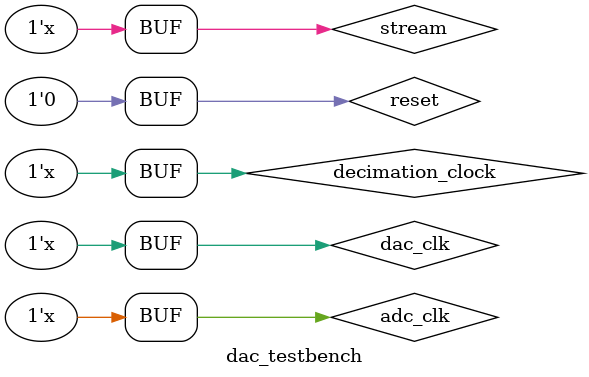
<source format=v>
`timescale 10ns / 100ps


module dac_testbench;
	
//Master clock and reset
reg 			decimation_clock;
reg				dac_clk;
reg				adc_clk;
reg 			reset;
reg				stream;

wire			sdo;
wire			cs;

sigma_delta_buffer_filter sdbf(

	.decimation_clk(decimation_clock),
	.dac_clk(dac_clk),
	.adc_clk(adc_clk),
	.reset(reset),
	
	.sigmaDeltaIn(stream),
	
	.dac_sdo(sdo),
	.dac_cs(cs)

);
  
initial begin

	decimation_clock = 0;
	dac_clk = 0;
	adc_clk = 0;
	stream = 0;
	reset = 0;
	
	//Reset everything
	#20 reset = 1'b1;
	#20 reset = 1'b0;
	
end

always

	#5  dac_clk = !dac_clk;
	
always

	#125 decimation_clock = !decimation_clock;
	
always
	
	#1500 stream = !stream;
	
always
	
	#10 adc_clk = !adc_clk;


endmodule
</source>
